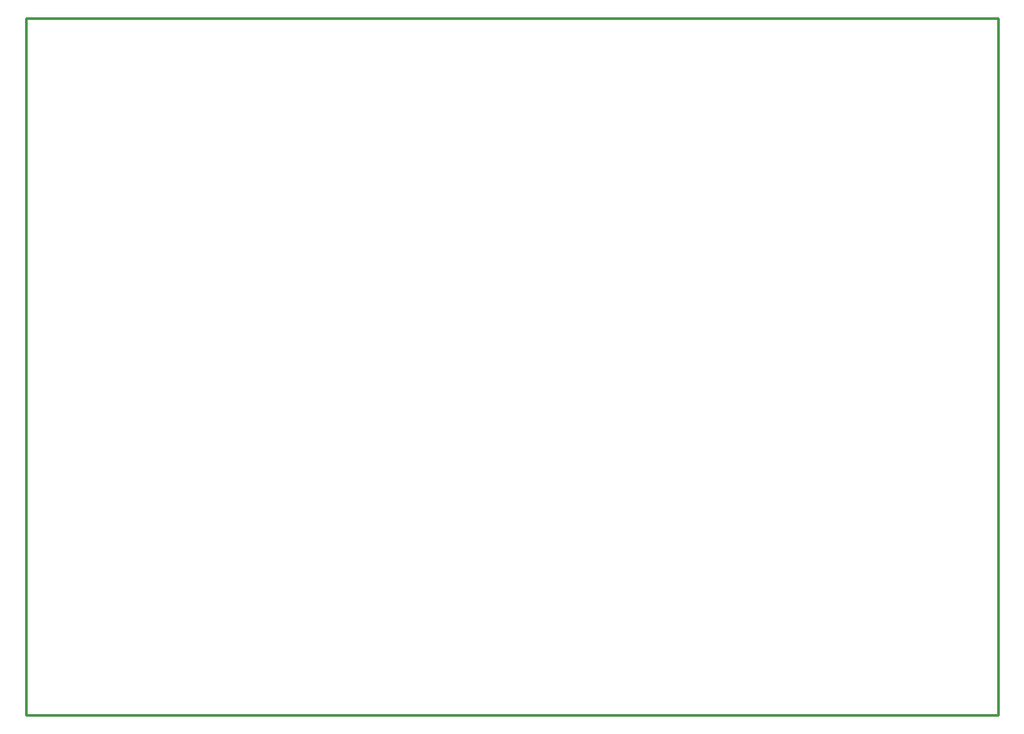
<source format=gbr>
G04 EAGLE Gerber RS-274X export*
G75*
%MOMM*%
%FSLAX34Y34*%
%LPD*%
%IN*%
%IPPOS*%
%AMOC8*
5,1,8,0,0,1.08239X$1,22.5*%
G01*
%ADD10C,0.254000*%


D10*
X0Y0D02*
X952300Y0D01*
X952300Y682500D01*
X0Y682500D01*
X0Y0D01*
M02*

</source>
